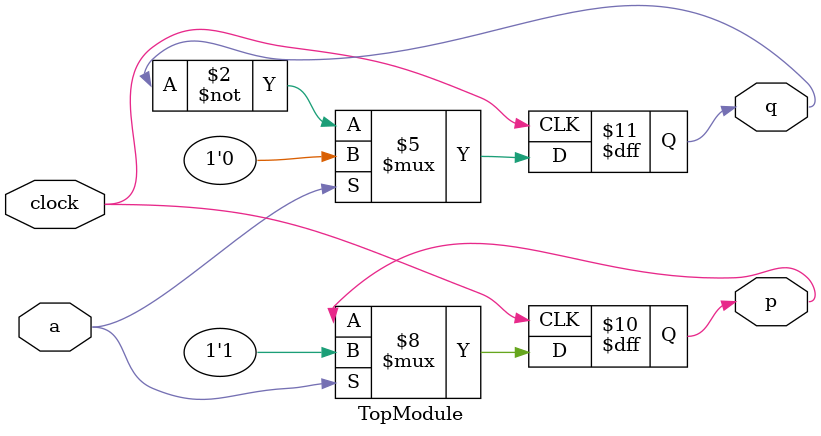
<source format=sv>
module TopModule (
    input  logic clock,          // Clock signal (1-bit input)
    input  logic a,              // Input signal (1-bit input)
    output logic p,              // Output signal p (1-bit output)
    output logic q               // Output signal q (1-bit output)
);

    // Initial states
    initial begin
        p = 1'b0;
        q = 1'b0;
    end

    // Sequential logic
    always @(posedge clock) begin
        if (a) begin
            p <= 1'b1;
            q <= 1'b0;
        end else begin
            q <= ~q; // Toggle q on every clock cycle when a is low
        end
    end

endmodule
</source>
